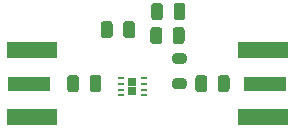
<source format=gbr>
%TF.GenerationSoftware,KiCad,Pcbnew,(5.1.9)-1*%
%TF.CreationDate,2021-01-25T16:28:54-05:00*%
%TF.ProjectId,LNA2,4c4e4132-2e6b-4696-9361-645f70636258,rev?*%
%TF.SameCoordinates,Original*%
%TF.FileFunction,Paste,Top*%
%TF.FilePolarity,Positive*%
%FSLAX46Y46*%
G04 Gerber Fmt 4.6, Leading zero omitted, Abs format (unit mm)*
G04 Created by KiCad (PCBNEW (5.1.9)-1) date 2021-01-25 16:28:54*
%MOMM*%
%LPD*%
G01*
G04 APERTURE LIST*
%ADD10R,0.500000X0.250000*%
%ADD11R,0.750000X0.650000*%
%ADD12R,3.600000X1.270000*%
%ADD13R,4.200000X1.350000*%
G04 APERTURE END LIST*
%TO.C,CC1*%
G36*
G01*
X99560000Y-79789000D02*
X99560000Y-80739000D01*
G75*
G02*
X99310000Y-80989000I-250000J0D01*
G01*
X98810000Y-80989000D01*
G75*
G02*
X98560000Y-80739000I0J250000D01*
G01*
X98560000Y-79789000D01*
G75*
G02*
X98810000Y-79539000I250000J0D01*
G01*
X99310000Y-79539000D01*
G75*
G02*
X99560000Y-79789000I0J-250000D01*
G01*
G37*
G36*
G01*
X97660000Y-79789000D02*
X97660000Y-80739000D01*
G75*
G02*
X97410000Y-80989000I-250000J0D01*
G01*
X96910000Y-80989000D01*
G75*
G02*
X96660000Y-80739000I0J250000D01*
G01*
X96660000Y-79789000D01*
G75*
G02*
X96910000Y-79539000I250000J0D01*
G01*
X97410000Y-79539000D01*
G75*
G02*
X97660000Y-79789000I0J-250000D01*
G01*
G37*
%TD*%
%TO.C,CC2*%
G36*
G01*
X108516000Y-79789000D02*
X108516000Y-80739000D01*
G75*
G02*
X108266000Y-80989000I-250000J0D01*
G01*
X107766000Y-80989000D01*
G75*
G02*
X107516000Y-80739000I0J250000D01*
G01*
X107516000Y-79789000D01*
G75*
G02*
X107766000Y-79539000I250000J0D01*
G01*
X108266000Y-79539000D01*
G75*
G02*
X108516000Y-79789000I0J-250000D01*
G01*
G37*
G36*
G01*
X110416000Y-79789000D02*
X110416000Y-80739000D01*
G75*
G02*
X110166000Y-80989000I-250000J0D01*
G01*
X109666000Y-80989000D01*
G75*
G02*
X109416000Y-80739000I0J250000D01*
G01*
X109416000Y-79789000D01*
G75*
G02*
X109666000Y-79539000I250000J0D01*
G01*
X110166000Y-79539000D01*
G75*
G02*
X110416000Y-79789000I0J-250000D01*
G01*
G37*
%TD*%
%TO.C,CDC1*%
G36*
G01*
X99515000Y-76167000D02*
X99515000Y-75217000D01*
G75*
G02*
X99765000Y-74967000I250000J0D01*
G01*
X100265000Y-74967000D01*
G75*
G02*
X100515000Y-75217000I0J-250000D01*
G01*
X100515000Y-76167000D01*
G75*
G02*
X100265000Y-76417000I-250000J0D01*
G01*
X99765000Y-76417000D01*
G75*
G02*
X99515000Y-76167000I0J250000D01*
G01*
G37*
G36*
G01*
X101415000Y-76167000D02*
X101415000Y-75217000D01*
G75*
G02*
X101665000Y-74967000I250000J0D01*
G01*
X102165000Y-74967000D01*
G75*
G02*
X102415000Y-75217000I0J-250000D01*
G01*
X102415000Y-76167000D01*
G75*
G02*
X102165000Y-76417000I-250000J0D01*
G01*
X101665000Y-76417000D01*
G75*
G02*
X101415000Y-76167000I0J250000D01*
G01*
G37*
%TD*%
%TO.C,CRF1*%
G36*
G01*
X104706000Y-75725000D02*
X104706000Y-76675000D01*
G75*
G02*
X104456000Y-76925000I-250000J0D01*
G01*
X103956000Y-76925000D01*
G75*
G02*
X103706000Y-76675000I0J250000D01*
G01*
X103706000Y-75725000D01*
G75*
G02*
X103956000Y-75475000I250000J0D01*
G01*
X104456000Y-75475000D01*
G75*
G02*
X104706000Y-75725000I0J-250000D01*
G01*
G37*
G36*
G01*
X106606000Y-75725000D02*
X106606000Y-76675000D01*
G75*
G02*
X106356000Y-76925000I-250000J0D01*
G01*
X105856000Y-76925000D01*
G75*
G02*
X105606000Y-76675000I0J250000D01*
G01*
X105606000Y-75725000D01*
G75*
G02*
X105856000Y-75475000I250000J0D01*
G01*
X106356000Y-75475000D01*
G75*
G02*
X106606000Y-75725000I0J-250000D01*
G01*
G37*
%TD*%
%TO.C,CRF2*%
G36*
G01*
X106672000Y-73693000D02*
X106672000Y-74643000D01*
G75*
G02*
X106422000Y-74893000I-250000J0D01*
G01*
X105922000Y-74893000D01*
G75*
G02*
X105672000Y-74643000I0J250000D01*
G01*
X105672000Y-73693000D01*
G75*
G02*
X105922000Y-73443000I250000J0D01*
G01*
X106422000Y-73443000D01*
G75*
G02*
X106672000Y-73693000I0J-250000D01*
G01*
G37*
G36*
G01*
X104772000Y-73693000D02*
X104772000Y-74643000D01*
G75*
G02*
X104522000Y-74893000I-250000J0D01*
G01*
X104022000Y-74893000D01*
G75*
G02*
X103772000Y-74643000I0J250000D01*
G01*
X103772000Y-73693000D01*
G75*
G02*
X104022000Y-73443000I250000J0D01*
G01*
X104522000Y-73443000D01*
G75*
G02*
X104772000Y-73693000I0J-250000D01*
G01*
G37*
%TD*%
%TO.C,LRF1*%
G36*
G01*
X105790750Y-77701500D02*
X106553250Y-77701500D01*
G75*
G02*
X106772000Y-77920250I0J-218750D01*
G01*
X106772000Y-78357750D01*
G75*
G02*
X106553250Y-78576500I-218750J0D01*
G01*
X105790750Y-78576500D01*
G75*
G02*
X105572000Y-78357750I0J218750D01*
G01*
X105572000Y-77920250D01*
G75*
G02*
X105790750Y-77701500I218750J0D01*
G01*
G37*
G36*
G01*
X105790750Y-79826500D02*
X106553250Y-79826500D01*
G75*
G02*
X106772000Y-80045250I0J-218750D01*
G01*
X106772000Y-80482750D01*
G75*
G02*
X106553250Y-80701500I-218750J0D01*
G01*
X105790750Y-80701500D01*
G75*
G02*
X105572000Y-80482750I0J218750D01*
G01*
X105572000Y-80045250D01*
G75*
G02*
X105790750Y-79826500I218750J0D01*
G01*
G37*
%TD*%
D10*
%TO.C,U1*%
X101234200Y-80768000D03*
X103134200Y-80268000D03*
X103134200Y-79768000D03*
X101234200Y-79768000D03*
X101234200Y-80268000D03*
X101234200Y-81268000D03*
X103134200Y-81268000D03*
X103134200Y-80768000D03*
D11*
X102184200Y-80918000D03*
X102184200Y-80118000D03*
%TD*%
D12*
%TO.C,J1*%
X93472000Y-80264000D03*
D13*
X93672000Y-77439000D03*
X93672000Y-83089000D03*
%TD*%
%TO.C,J2*%
X113211000Y-77439000D03*
X113211000Y-83089000D03*
D12*
X113411000Y-80264000D03*
%TD*%
M02*

</source>
